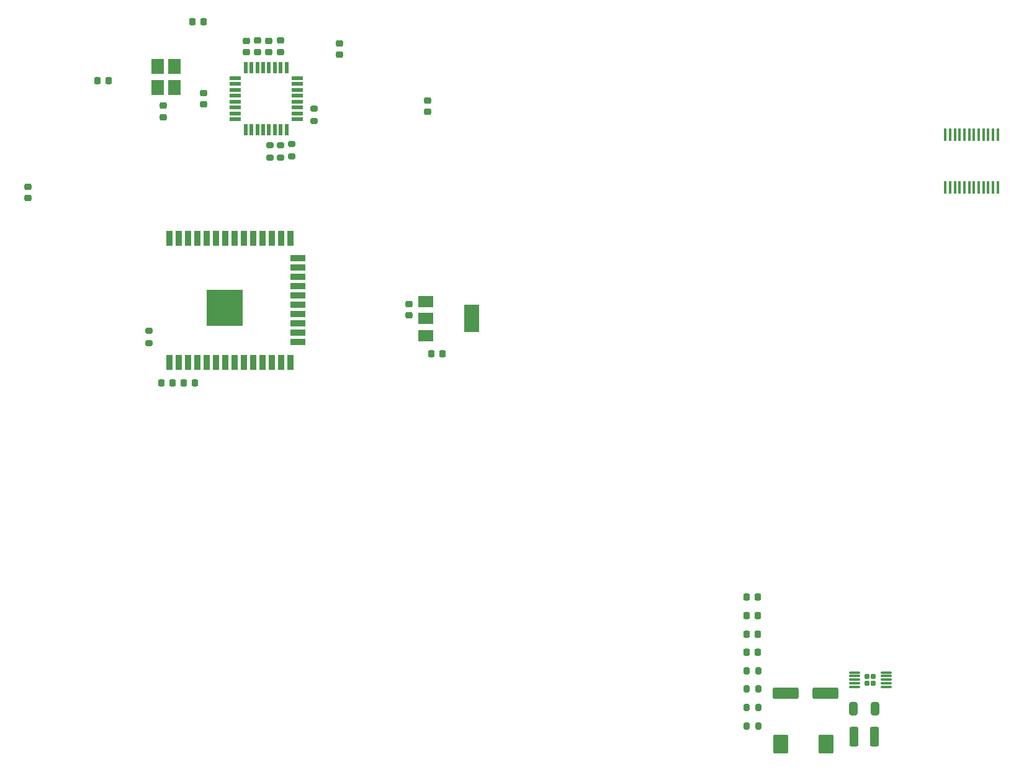
<source format=gbr>
%TF.GenerationSoftware,KiCad,Pcbnew,7.0.10-unknown-202401012134~036241c819~ubuntu22.04.1*%
%TF.CreationDate,2024-01-11T20:57:47+01:00*%
%TF.ProjectId,main_board,6d61696e-5f62-46f6-9172-642e6b696361,rev?*%
%TF.SameCoordinates,Original*%
%TF.FileFunction,Paste,Top*%
%TF.FilePolarity,Positive*%
%FSLAX46Y46*%
G04 Gerber Fmt 4.6, Leading zero omitted, Abs format (unit mm)*
G04 Created by KiCad (PCBNEW 7.0.10-unknown-202401012134~036241c819~ubuntu22.04.1) date 2024-01-11 20:57:47*
%MOMM*%
%LPD*%
G01*
G04 APERTURE LIST*
G04 Aperture macros list*
%AMRoundRect*
0 Rectangle with rounded corners*
0 $1 Rounding radius*
0 $2 $3 $4 $5 $6 $7 $8 $9 X,Y pos of 4 corners*
0 Add a 4 corners polygon primitive as box body*
4,1,4,$2,$3,$4,$5,$6,$7,$8,$9,$2,$3,0*
0 Add four circle primitives for the rounded corners*
1,1,$1+$1,$2,$3*
1,1,$1+$1,$4,$5*
1,1,$1+$1,$6,$7*
1,1,$1+$1,$8,$9*
0 Add four rect primitives between the rounded corners*
20,1,$1+$1,$2,$3,$4,$5,0*
20,1,$1+$1,$4,$5,$6,$7,0*
20,1,$1+$1,$6,$7,$8,$9,0*
20,1,$1+$1,$8,$9,$2,$3,0*%
G04 Aperture macros list end*
%ADD10RoundRect,0.170000X-0.170000X-0.210000X0.170000X-0.210000X0.170000X0.210000X-0.170000X0.210000X0*%
%ADD11RoundRect,0.075000X-0.650000X-0.075000X0.650000X-0.075000X0.650000X0.075000X-0.650000X0.075000X0*%
%ADD12RoundRect,0.200000X-0.200000X-0.275000X0.200000X-0.275000X0.200000X0.275000X-0.200000X0.275000X0*%
%ADD13RoundRect,0.250000X-0.375000X-1.075000X0.375000X-1.075000X0.375000X1.075000X-0.375000X1.075000X0*%
%ADD14RoundRect,0.250000X-1.500000X-0.550000X1.500000X-0.550000X1.500000X0.550000X-1.500000X0.550000X0*%
%ADD15RoundRect,0.250000X-0.787500X-1.025000X0.787500X-1.025000X0.787500X1.025000X-0.787500X1.025000X0*%
%ADD16RoundRect,0.250000X-0.325000X-0.650000X0.325000X-0.650000X0.325000X0.650000X-0.325000X0.650000X0*%
%ADD17RoundRect,0.225000X-0.225000X-0.250000X0.225000X-0.250000X0.225000X0.250000X-0.225000X0.250000X0*%
%ADD18RoundRect,0.200000X-0.275000X0.200000X-0.275000X-0.200000X0.275000X-0.200000X0.275000X0.200000X0*%
%ADD19R,0.900000X2.000000*%
%ADD20R,2.000000X0.900000*%
%ADD21R,5.000000X5.000000*%
%ADD22RoundRect,0.225000X0.225000X0.250000X-0.225000X0.250000X-0.225000X-0.250000X0.225000X-0.250000X0*%
%ADD23RoundRect,0.225000X0.250000X-0.225000X0.250000X0.225000X-0.250000X0.225000X-0.250000X-0.225000X0*%
%ADD24R,2.000000X1.500000*%
%ADD25R,2.000000X3.800000*%
%ADD26RoundRect,0.225000X-0.250000X0.225000X-0.250000X-0.225000X0.250000X-0.225000X0.250000X0.225000X0*%
%ADD27R,1.600000X0.550000*%
%ADD28R,0.550000X1.600000*%
%ADD29RoundRect,0.200000X0.275000X-0.200000X0.275000X0.200000X-0.275000X0.200000X-0.275000X-0.200000X0*%
%ADD30R,1.800000X2.100000*%
%ADD31R,0.450000X1.750000*%
G04 APERTURE END LIST*
D10*
%TO.C,U2*%
X206020000Y-146800000D03*
X206860000Y-147740000D03*
X206020000Y-147740000D03*
X206860000Y-146800000D03*
D11*
X204290000Y-146270000D03*
X204290000Y-146770000D03*
X204290000Y-147270000D03*
X204290000Y-147770000D03*
X204290000Y-148270000D03*
X208590000Y-148270000D03*
X208590000Y-147770000D03*
X208590000Y-147270000D03*
X208590000Y-146770000D03*
X208590000Y-146270000D03*
%TD*%
D12*
%TO.C,R4*%
X189515000Y-153570000D03*
X191165000Y-153570000D03*
%TD*%
%TO.C,R3*%
X189515000Y-151060000D03*
X191165000Y-151060000D03*
%TD*%
%TO.C,R2*%
X189515000Y-148550000D03*
X191165000Y-148550000D03*
%TD*%
%TO.C,R1*%
X189515000Y-146040000D03*
X191165000Y-146040000D03*
%TD*%
D13*
%TO.C,L1*%
X204200000Y-155000000D03*
X207000000Y-155000000D03*
%TD*%
D14*
%TO.C,C7*%
X194870000Y-149070000D03*
X200270000Y-149070000D03*
%TD*%
D15*
%TO.C,C6*%
X194202500Y-156070000D03*
X200427500Y-156070000D03*
%TD*%
D16*
%TO.C,C5*%
X204145000Y-151220000D03*
X207095000Y-151220000D03*
%TD*%
D17*
%TO.C,C4*%
X189565000Y-143530000D03*
X191115000Y-143530000D03*
%TD*%
%TO.C,C3*%
X189565000Y-141020000D03*
X191115000Y-141020000D03*
%TD*%
%TO.C,C2*%
X189565000Y-138510000D03*
X191115000Y-138510000D03*
%TD*%
%TO.C,C1*%
X189565000Y-136000000D03*
X191115000Y-136000000D03*
%TD*%
D18*
%TO.C,R5*%
X108000000Y-99675000D03*
X108000000Y-101325000D03*
%TD*%
D19*
%TO.C,U4*%
X110840000Y-104000000D03*
X112110000Y-104000000D03*
X113380000Y-104000000D03*
X114650000Y-104000000D03*
X115920000Y-104000000D03*
X117190000Y-104000000D03*
X118460000Y-104000000D03*
X119730000Y-104000000D03*
X121000000Y-104000000D03*
X122270000Y-104000000D03*
X123540000Y-104000000D03*
X124810000Y-104000000D03*
X126080000Y-104000000D03*
X127350000Y-104000000D03*
D20*
X128350000Y-101215000D03*
X128350000Y-99945000D03*
X128350000Y-98675000D03*
X128350000Y-97405000D03*
X128350000Y-96135000D03*
X128350000Y-94865000D03*
X128350000Y-93595000D03*
X128350000Y-92325000D03*
X128350000Y-91055000D03*
X128350000Y-89785000D03*
D19*
X127350000Y-87000000D03*
X126080000Y-87000000D03*
X124810000Y-87000000D03*
X123540000Y-87000000D03*
X122270000Y-87000000D03*
X121000000Y-87000000D03*
X119730000Y-87000000D03*
X118460000Y-87000000D03*
X117190000Y-87000000D03*
X115920000Y-87000000D03*
X114650000Y-87000000D03*
X113380000Y-87000000D03*
X112110000Y-87000000D03*
X110840000Y-87000000D03*
D21*
X118340000Y-96500000D03*
%TD*%
D17*
%TO.C,C8*%
X112725000Y-106750000D03*
X114275000Y-106750000D03*
%TD*%
D22*
%TO.C,C9*%
X111275000Y-106750000D03*
X109725000Y-106750000D03*
%TD*%
D17*
%TO.C,C13*%
X146500000Y-102750000D03*
X148050000Y-102750000D03*
%TD*%
D23*
%TO.C,C14*%
X143500000Y-97525000D03*
X143500000Y-95975000D03*
%TD*%
D24*
%TO.C,U5*%
X145750000Y-95700000D03*
X145750000Y-98000000D03*
D25*
X152050000Y-98000000D03*
D24*
X145750000Y-100300000D03*
%TD*%
D23*
%TO.C,R18*%
X91500000Y-81550000D03*
X91500000Y-80000000D03*
%TD*%
D26*
%TO.C,R6*%
X122850000Y-60050000D03*
X122850000Y-61600000D03*
%TD*%
D27*
%TO.C,U1*%
X119750000Y-65200000D03*
X119750000Y-66000000D03*
X119750000Y-66800000D03*
X119750000Y-67600000D03*
X119750000Y-68400000D03*
X119750000Y-69200000D03*
X119750000Y-70000000D03*
X119750000Y-70800000D03*
D28*
X121200000Y-72250000D03*
X122000000Y-72250000D03*
X122800000Y-72250000D03*
X123600000Y-72250000D03*
X124400000Y-72250000D03*
X125200000Y-72250000D03*
X126000000Y-72250000D03*
X126800000Y-72250000D03*
D27*
X128250000Y-70800000D03*
X128250000Y-70000000D03*
X128250000Y-69200000D03*
X128250000Y-68400000D03*
X128250000Y-67600000D03*
X128250000Y-66800000D03*
X128250000Y-66000000D03*
X128250000Y-65200000D03*
D28*
X126800000Y-63750000D03*
X126000000Y-63750000D03*
X125200000Y-63750000D03*
X124400000Y-63750000D03*
X123600000Y-63750000D03*
X122800000Y-63750000D03*
X122000000Y-63750000D03*
X121200000Y-63750000D03*
%TD*%
D29*
%TO.C,R11*%
X126000000Y-76025000D03*
X126000000Y-74375000D03*
%TD*%
D23*
%TO.C,C10*%
X110000000Y-70500000D03*
X110000000Y-68950000D03*
%TD*%
D26*
%TO.C,R7*%
X124350000Y-60100000D03*
X124350000Y-61650000D03*
%TD*%
D29*
%TO.C,R12*%
X124500000Y-76025000D03*
X124500000Y-74375000D03*
%TD*%
D23*
%TO.C,C12*%
X121300000Y-61650000D03*
X121300000Y-60100000D03*
%TD*%
D17*
%TO.C,R17*%
X100950000Y-65500000D03*
X102500000Y-65500000D03*
%TD*%
D29*
%TO.C,R10*%
X127500000Y-75850000D03*
X127500000Y-74200000D03*
%TD*%
D30*
%TO.C,Y1*%
X111500000Y-66500000D03*
X111500000Y-63600000D03*
X109200000Y-63600000D03*
X109200000Y-66500000D03*
%TD*%
D23*
%TO.C,C11*%
X115500000Y-68775000D03*
X115500000Y-67225000D03*
%TD*%
D26*
%TO.C,R8*%
X125950000Y-60050000D03*
X125950000Y-61600000D03*
%TD*%
D18*
%TO.C,R9*%
X130500000Y-69350000D03*
X130500000Y-71000000D03*
%TD*%
D17*
%TO.C,R16*%
X113950000Y-57500000D03*
X115500000Y-57500000D03*
%TD*%
D23*
%TO.C,R15*%
X134000000Y-62000000D03*
X134000000Y-60450000D03*
%TD*%
%TO.C,R14*%
X146000000Y-69775000D03*
X146000000Y-68225000D03*
%TD*%
D31*
%TO.C,U3*%
X216675000Y-80100000D03*
X217325000Y-80100000D03*
X217975000Y-80100000D03*
X218625000Y-80100000D03*
X219275000Y-80100000D03*
X219925000Y-80100000D03*
X220575000Y-80100000D03*
X221225000Y-80100000D03*
X221875000Y-80100000D03*
X222525000Y-80100000D03*
X223175000Y-80100000D03*
X223825000Y-80100000D03*
X223825000Y-72900000D03*
X223175000Y-72900000D03*
X222525000Y-72900000D03*
X221875000Y-72900000D03*
X221225000Y-72900000D03*
X220575000Y-72900000D03*
X219925000Y-72900000D03*
X219275000Y-72900000D03*
X218625000Y-72900000D03*
X217975000Y-72900000D03*
X217325000Y-72900000D03*
X216675000Y-72900000D03*
%TD*%
M02*

</source>
